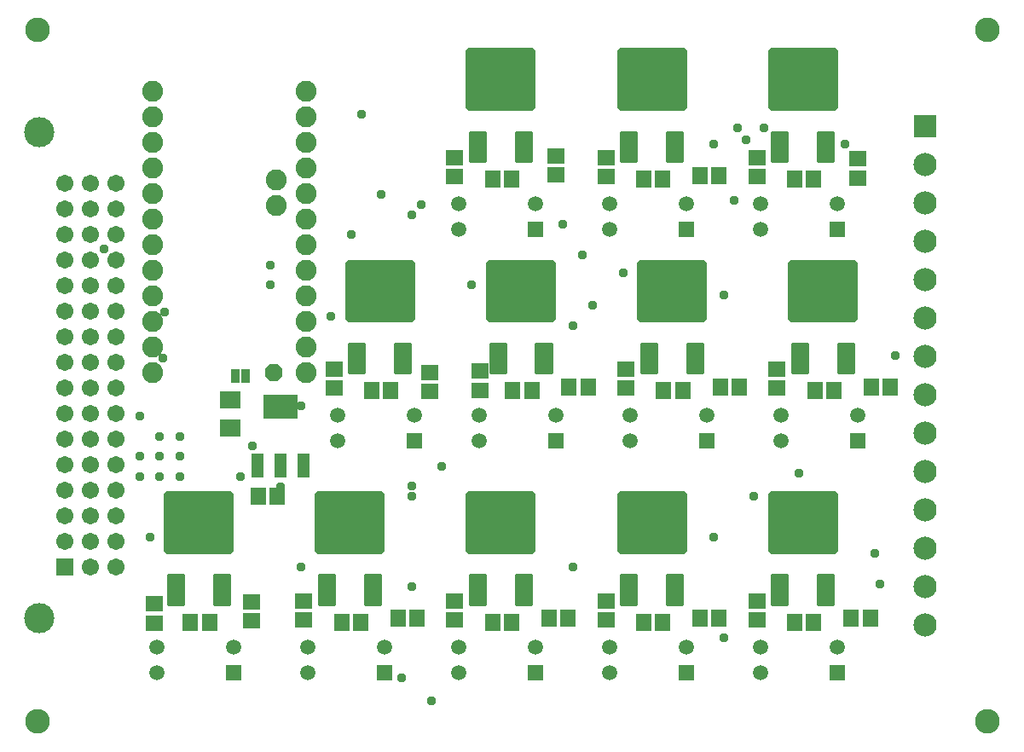
<source format=gbr>
G04 EAGLE Gerber RS-274X export*
G75*
%MOMM*%
%FSLAX34Y34*%
%LPD*%
%INSoldermask Top*%
%IPPOS*%
%AMOC8*
5,1,8,0,0,1.08239X$1,22.5*%
G01*
%ADD10C,2.453200*%
%ADD11C,3.003200*%
%ADD12R,1.711200X1.711200*%
%ADD13C,1.711200*%
%ADD14R,1.511200X1.511200*%
%ADD15C,1.511200*%
%ADD16R,1.703200X1.503200*%
%ADD17R,1.503200X1.703200*%
%ADD18R,1.153200X2.353200*%
%ADD19R,3.453200X2.353200*%
%ADD20R,2.003200X1.803200*%
%ADD21C,2.082800*%
%ADD22C,0.806416*%
%ADD23C,0.360637*%
%ADD24R,2.303200X2.303200*%
%ADD25C,2.303200*%
%ADD26P,1.869504X8X22.500000*%
%ADD27R,0.838200X1.473200*%
%ADD28C,0.959600*%


D10*
X28400Y56400D03*
X28400Y743600D03*
X971600Y743600D03*
X971600Y56400D03*
D11*
X30600Y641800D03*
X30600Y159200D03*
D12*
X56000Y210000D03*
D13*
X56000Y235400D03*
X56000Y260800D03*
X56000Y286200D03*
X56000Y311600D03*
X56000Y337000D03*
X56000Y362400D03*
X56000Y387800D03*
X56000Y413200D03*
X56000Y438600D03*
X56000Y464000D03*
X56000Y489400D03*
X56000Y514800D03*
X56000Y540200D03*
X56000Y565600D03*
X56000Y591000D03*
X81400Y210000D03*
X81400Y235400D03*
X81400Y260800D03*
X81400Y286200D03*
X81400Y311600D03*
X81400Y337000D03*
X81400Y362400D03*
X81400Y387800D03*
X81400Y413200D03*
X81400Y438600D03*
X81400Y464000D03*
X81400Y489400D03*
X81400Y514800D03*
X81400Y540200D03*
X81400Y565600D03*
X81400Y591000D03*
X106800Y210000D03*
X106800Y235400D03*
X106800Y260800D03*
X106800Y286200D03*
X106800Y311600D03*
X106800Y337000D03*
X106800Y362400D03*
X106800Y387800D03*
X106800Y413200D03*
X106800Y438600D03*
X106800Y464000D03*
X106800Y489400D03*
X106800Y514800D03*
X106800Y540200D03*
X106800Y565600D03*
X106800Y591000D03*
D14*
X223100Y105300D03*
D15*
X146900Y105300D03*
X223100Y130700D03*
X146900Y130700D03*
D16*
X145000Y154500D03*
X145000Y173500D03*
D17*
X199500Y155000D03*
X180500Y155000D03*
D16*
X241000Y175500D03*
X241000Y156500D03*
D18*
X247000Y311000D03*
X270000Y311000D03*
X293000Y311000D03*
D19*
X270000Y369000D03*
D20*
X220000Y348000D03*
X220000Y376000D03*
D17*
X247500Y280000D03*
X266500Y280000D03*
D21*
X142700Y402700D03*
X142700Y428100D03*
X142700Y453500D03*
X142700Y478900D03*
X142700Y504300D03*
X142700Y529700D03*
X142700Y555100D03*
X142700Y580500D03*
X142700Y605900D03*
X142700Y631300D03*
X142700Y656700D03*
X142700Y682100D03*
X295100Y682100D03*
X295100Y656700D03*
X295100Y631300D03*
X295100Y605900D03*
X295100Y580500D03*
X295100Y555100D03*
X295100Y529700D03*
X295100Y504300D03*
X295100Y478900D03*
X295100Y453500D03*
X295100Y428100D03*
X295100Y402700D03*
X265890Y569070D03*
X265890Y594470D03*
D22*
X219214Y227066D02*
X158246Y227066D01*
X158246Y281034D01*
X219214Y281034D01*
X219214Y227066D01*
X219214Y234727D02*
X158246Y234727D01*
X158246Y242388D02*
X219214Y242388D01*
X219214Y250049D02*
X158246Y250049D01*
X158246Y257710D02*
X219214Y257710D01*
X219214Y265371D02*
X158246Y265371D01*
X158246Y273032D02*
X219214Y273032D01*
X219214Y280693D02*
X158246Y280693D01*
D23*
X158717Y172837D02*
X173143Y172837D01*
X158717Y172837D02*
X158717Y201263D01*
X173143Y201263D01*
X173143Y172837D01*
X173143Y176263D02*
X158717Y176263D01*
X158717Y179689D02*
X173143Y179689D01*
X173143Y183115D02*
X158717Y183115D01*
X158717Y186541D02*
X173143Y186541D01*
X173143Y189967D02*
X158717Y189967D01*
X158717Y193393D02*
X173143Y193393D01*
X173143Y196819D02*
X158717Y196819D01*
X158717Y200245D02*
X173143Y200245D01*
X204317Y172837D02*
X218743Y172837D01*
X204317Y172837D02*
X204317Y201263D01*
X218743Y201263D01*
X218743Y172837D01*
X218743Y176263D02*
X204317Y176263D01*
X204317Y179689D02*
X218743Y179689D01*
X218743Y183115D02*
X204317Y183115D01*
X204317Y186541D02*
X218743Y186541D01*
X218743Y189967D02*
X204317Y189967D01*
X204317Y193393D02*
X218743Y193393D01*
X218743Y196819D02*
X204317Y196819D01*
X204317Y200245D02*
X218743Y200245D01*
D24*
X910000Y647650D03*
D25*
X910000Y609550D03*
X910000Y571450D03*
X910000Y533350D03*
X910000Y495250D03*
X910000Y457150D03*
X910000Y419050D03*
X910000Y380950D03*
X910000Y342850D03*
X910000Y304750D03*
X910000Y266650D03*
X910000Y228550D03*
X910000Y190450D03*
X910000Y152350D03*
D14*
X373100Y105300D03*
D15*
X296900Y105300D03*
X373100Y130700D03*
X296900Y130700D03*
D16*
X293000Y157500D03*
X293000Y176500D03*
D17*
X349500Y155000D03*
X330500Y155000D03*
X405500Y159000D03*
X386500Y159000D03*
D22*
X369214Y227066D02*
X308246Y227066D01*
X308246Y281034D01*
X369214Y281034D01*
X369214Y227066D01*
X369214Y234727D02*
X308246Y234727D01*
X308246Y242388D02*
X369214Y242388D01*
X369214Y250049D02*
X308246Y250049D01*
X308246Y257710D02*
X369214Y257710D01*
X369214Y265371D02*
X308246Y265371D01*
X308246Y273032D02*
X369214Y273032D01*
X369214Y280693D02*
X308246Y280693D01*
D23*
X308717Y172837D02*
X323143Y172837D01*
X308717Y172837D02*
X308717Y201263D01*
X323143Y201263D01*
X323143Y172837D01*
X323143Y176263D02*
X308717Y176263D01*
X308717Y179689D02*
X323143Y179689D01*
X323143Y183115D02*
X308717Y183115D01*
X308717Y186541D02*
X323143Y186541D01*
X323143Y189967D02*
X308717Y189967D01*
X308717Y193393D02*
X323143Y193393D01*
X323143Y196819D02*
X308717Y196819D01*
X308717Y200245D02*
X323143Y200245D01*
X354317Y172837D02*
X368743Y172837D01*
X354317Y172837D02*
X354317Y201263D01*
X368743Y201263D01*
X368743Y172837D01*
X368743Y176263D02*
X354317Y176263D01*
X354317Y179689D02*
X368743Y179689D01*
X368743Y183115D02*
X354317Y183115D01*
X354317Y186541D02*
X368743Y186541D01*
X368743Y189967D02*
X354317Y189967D01*
X354317Y193393D02*
X368743Y193393D01*
X368743Y196819D02*
X354317Y196819D01*
X354317Y200245D02*
X368743Y200245D01*
D14*
X523100Y105300D03*
D15*
X446900Y105300D03*
X523100Y130700D03*
X446900Y130700D03*
D16*
X443000Y157500D03*
X443000Y176500D03*
D17*
X499500Y155000D03*
X480500Y155000D03*
X555500Y159000D03*
X536500Y159000D03*
D22*
X519214Y227066D02*
X458246Y227066D01*
X458246Y281034D01*
X519214Y281034D01*
X519214Y227066D01*
X519214Y234727D02*
X458246Y234727D01*
X458246Y242388D02*
X519214Y242388D01*
X519214Y250049D02*
X458246Y250049D01*
X458246Y257710D02*
X519214Y257710D01*
X519214Y265371D02*
X458246Y265371D01*
X458246Y273032D02*
X519214Y273032D01*
X519214Y280693D02*
X458246Y280693D01*
D23*
X458717Y172837D02*
X473143Y172837D01*
X458717Y172837D02*
X458717Y201263D01*
X473143Y201263D01*
X473143Y172837D01*
X473143Y176263D02*
X458717Y176263D01*
X458717Y179689D02*
X473143Y179689D01*
X473143Y183115D02*
X458717Y183115D01*
X458717Y186541D02*
X473143Y186541D01*
X473143Y189967D02*
X458717Y189967D01*
X458717Y193393D02*
X473143Y193393D01*
X473143Y196819D02*
X458717Y196819D01*
X458717Y200245D02*
X473143Y200245D01*
X504317Y172837D02*
X518743Y172837D01*
X504317Y172837D02*
X504317Y201263D01*
X518743Y201263D01*
X518743Y172837D01*
X518743Y176263D02*
X504317Y176263D01*
X504317Y179689D02*
X518743Y179689D01*
X518743Y183115D02*
X504317Y183115D01*
X504317Y186541D02*
X518743Y186541D01*
X518743Y189967D02*
X504317Y189967D01*
X504317Y193393D02*
X518743Y193393D01*
X518743Y196819D02*
X504317Y196819D01*
X504317Y200245D02*
X518743Y200245D01*
D14*
X673100Y105300D03*
D15*
X596900Y105300D03*
X673100Y130700D03*
X596900Y130700D03*
D16*
X593000Y157500D03*
X593000Y176500D03*
D17*
X649500Y155000D03*
X630500Y155000D03*
X705500Y159000D03*
X686500Y159000D03*
D22*
X669214Y227066D02*
X608246Y227066D01*
X608246Y281034D01*
X669214Y281034D01*
X669214Y227066D01*
X669214Y234727D02*
X608246Y234727D01*
X608246Y242388D02*
X669214Y242388D01*
X669214Y250049D02*
X608246Y250049D01*
X608246Y257710D02*
X669214Y257710D01*
X669214Y265371D02*
X608246Y265371D01*
X608246Y273032D02*
X669214Y273032D01*
X669214Y280693D02*
X608246Y280693D01*
D23*
X608717Y172837D02*
X623143Y172837D01*
X608717Y172837D02*
X608717Y201263D01*
X623143Y201263D01*
X623143Y172837D01*
X623143Y176263D02*
X608717Y176263D01*
X608717Y179689D02*
X623143Y179689D01*
X623143Y183115D02*
X608717Y183115D01*
X608717Y186541D02*
X623143Y186541D01*
X623143Y189967D02*
X608717Y189967D01*
X608717Y193393D02*
X623143Y193393D01*
X623143Y196819D02*
X608717Y196819D01*
X608717Y200245D02*
X623143Y200245D01*
X654317Y172837D02*
X668743Y172837D01*
X654317Y172837D02*
X654317Y201263D01*
X668743Y201263D01*
X668743Y172837D01*
X668743Y176263D02*
X654317Y176263D01*
X654317Y179689D02*
X668743Y179689D01*
X668743Y183115D02*
X654317Y183115D01*
X654317Y186541D02*
X668743Y186541D01*
X668743Y189967D02*
X654317Y189967D01*
X654317Y193393D02*
X668743Y193393D01*
X668743Y196819D02*
X654317Y196819D01*
X654317Y200245D02*
X668743Y200245D01*
D14*
X823100Y105300D03*
D15*
X746900Y105300D03*
X823100Y130700D03*
X746900Y130700D03*
D16*
X743000Y157500D03*
X743000Y176500D03*
D17*
X799500Y155000D03*
X780500Y155000D03*
X855500Y159000D03*
X836500Y159000D03*
D22*
X819214Y227066D02*
X758246Y227066D01*
X758246Y281034D01*
X819214Y281034D01*
X819214Y227066D01*
X819214Y234727D02*
X758246Y234727D01*
X758246Y242388D02*
X819214Y242388D01*
X819214Y250049D02*
X758246Y250049D01*
X758246Y257710D02*
X819214Y257710D01*
X819214Y265371D02*
X758246Y265371D01*
X758246Y273032D02*
X819214Y273032D01*
X819214Y280693D02*
X758246Y280693D01*
D23*
X758717Y172837D02*
X773143Y172837D01*
X758717Y172837D02*
X758717Y201263D01*
X773143Y201263D01*
X773143Y172837D01*
X773143Y176263D02*
X758717Y176263D01*
X758717Y179689D02*
X773143Y179689D01*
X773143Y183115D02*
X758717Y183115D01*
X758717Y186541D02*
X773143Y186541D01*
X773143Y189967D02*
X758717Y189967D01*
X758717Y193393D02*
X773143Y193393D01*
X773143Y196819D02*
X758717Y196819D01*
X758717Y200245D02*
X773143Y200245D01*
X804317Y172837D02*
X818743Y172837D01*
X804317Y172837D02*
X804317Y201263D01*
X818743Y201263D01*
X818743Y172837D01*
X818743Y176263D02*
X804317Y176263D01*
X804317Y179689D02*
X818743Y179689D01*
X818743Y183115D02*
X804317Y183115D01*
X804317Y186541D02*
X818743Y186541D01*
X818743Y189967D02*
X804317Y189967D01*
X804317Y193393D02*
X818743Y193393D01*
X818743Y196819D02*
X804317Y196819D01*
X804317Y200245D02*
X818743Y200245D01*
D14*
X403100Y335300D03*
D15*
X326900Y335300D03*
X403100Y360700D03*
X326900Y360700D03*
D16*
X323000Y387500D03*
X323000Y406500D03*
D17*
X379500Y385000D03*
X360500Y385000D03*
D16*
X418000Y403500D03*
X418000Y384500D03*
D22*
X399214Y457066D02*
X338246Y457066D01*
X338246Y511034D01*
X399214Y511034D01*
X399214Y457066D01*
X399214Y464727D02*
X338246Y464727D01*
X338246Y472388D02*
X399214Y472388D01*
X399214Y480049D02*
X338246Y480049D01*
X338246Y487710D02*
X399214Y487710D01*
X399214Y495371D02*
X338246Y495371D01*
X338246Y503032D02*
X399214Y503032D01*
X399214Y510693D02*
X338246Y510693D01*
D23*
X338717Y402837D02*
X353143Y402837D01*
X338717Y402837D02*
X338717Y431263D01*
X353143Y431263D01*
X353143Y402837D01*
X353143Y406263D02*
X338717Y406263D01*
X338717Y409689D02*
X353143Y409689D01*
X353143Y413115D02*
X338717Y413115D01*
X338717Y416541D02*
X353143Y416541D01*
X353143Y419967D02*
X338717Y419967D01*
X338717Y423393D02*
X353143Y423393D01*
X353143Y426819D02*
X338717Y426819D01*
X338717Y430245D02*
X353143Y430245D01*
X384317Y402837D02*
X398743Y402837D01*
X384317Y402837D02*
X384317Y431263D01*
X398743Y431263D01*
X398743Y402837D01*
X398743Y406263D02*
X384317Y406263D01*
X384317Y409689D02*
X398743Y409689D01*
X398743Y413115D02*
X384317Y413115D01*
X384317Y416541D02*
X398743Y416541D01*
X398743Y419967D02*
X384317Y419967D01*
X384317Y423393D02*
X398743Y423393D01*
X398743Y426819D02*
X384317Y426819D01*
X384317Y430245D02*
X398743Y430245D01*
D14*
X543100Y335300D03*
D15*
X466900Y335300D03*
X543100Y360700D03*
X466900Y360700D03*
D16*
X468000Y385500D03*
X468000Y404500D03*
D17*
X519500Y385000D03*
X500500Y385000D03*
X575500Y389000D03*
X556500Y389000D03*
D22*
X539214Y457066D02*
X478246Y457066D01*
X478246Y511034D01*
X539214Y511034D01*
X539214Y457066D01*
X539214Y464727D02*
X478246Y464727D01*
X478246Y472388D02*
X539214Y472388D01*
X539214Y480049D02*
X478246Y480049D01*
X478246Y487710D02*
X539214Y487710D01*
X539214Y495371D02*
X478246Y495371D01*
X478246Y503032D02*
X539214Y503032D01*
X539214Y510693D02*
X478246Y510693D01*
D23*
X478717Y402837D02*
X493143Y402837D01*
X478717Y402837D02*
X478717Y431263D01*
X493143Y431263D01*
X493143Y402837D01*
X493143Y406263D02*
X478717Y406263D01*
X478717Y409689D02*
X493143Y409689D01*
X493143Y413115D02*
X478717Y413115D01*
X478717Y416541D02*
X493143Y416541D01*
X493143Y419967D02*
X478717Y419967D01*
X478717Y423393D02*
X493143Y423393D01*
X493143Y426819D02*
X478717Y426819D01*
X478717Y430245D02*
X493143Y430245D01*
X524317Y402837D02*
X538743Y402837D01*
X524317Y402837D02*
X524317Y431263D01*
X538743Y431263D01*
X538743Y402837D01*
X538743Y406263D02*
X524317Y406263D01*
X524317Y409689D02*
X538743Y409689D01*
X538743Y413115D02*
X524317Y413115D01*
X524317Y416541D02*
X538743Y416541D01*
X538743Y419967D02*
X524317Y419967D01*
X524317Y423393D02*
X538743Y423393D01*
X538743Y426819D02*
X524317Y426819D01*
X524317Y430245D02*
X538743Y430245D01*
D14*
X693100Y335300D03*
D15*
X616900Y335300D03*
X693100Y360700D03*
X616900Y360700D03*
D16*
X613000Y387500D03*
X613000Y406500D03*
D17*
X669500Y385000D03*
X650500Y385000D03*
X725500Y389000D03*
X706500Y389000D03*
D22*
X689214Y457066D02*
X628246Y457066D01*
X628246Y511034D01*
X689214Y511034D01*
X689214Y457066D01*
X689214Y464727D02*
X628246Y464727D01*
X628246Y472388D02*
X689214Y472388D01*
X689214Y480049D02*
X628246Y480049D01*
X628246Y487710D02*
X689214Y487710D01*
X689214Y495371D02*
X628246Y495371D01*
X628246Y503032D02*
X689214Y503032D01*
X689214Y510693D02*
X628246Y510693D01*
D23*
X628717Y402837D02*
X643143Y402837D01*
X628717Y402837D02*
X628717Y431263D01*
X643143Y431263D01*
X643143Y402837D01*
X643143Y406263D02*
X628717Y406263D01*
X628717Y409689D02*
X643143Y409689D01*
X643143Y413115D02*
X628717Y413115D01*
X628717Y416541D02*
X643143Y416541D01*
X643143Y419967D02*
X628717Y419967D01*
X628717Y423393D02*
X643143Y423393D01*
X643143Y426819D02*
X628717Y426819D01*
X628717Y430245D02*
X643143Y430245D01*
X674317Y402837D02*
X688743Y402837D01*
X674317Y402837D02*
X674317Y431263D01*
X688743Y431263D01*
X688743Y402837D01*
X688743Y406263D02*
X674317Y406263D01*
X674317Y409689D02*
X688743Y409689D01*
X688743Y413115D02*
X674317Y413115D01*
X674317Y416541D02*
X688743Y416541D01*
X688743Y419967D02*
X674317Y419967D01*
X674317Y423393D02*
X688743Y423393D01*
X688743Y426819D02*
X674317Y426819D01*
X674317Y430245D02*
X688743Y430245D01*
D14*
X843100Y335300D03*
D15*
X766900Y335300D03*
X843100Y360700D03*
X766900Y360700D03*
D16*
X763000Y387500D03*
X763000Y406500D03*
D17*
X819500Y385000D03*
X800500Y385000D03*
X875500Y389000D03*
X856500Y389000D03*
D22*
X839214Y457066D02*
X778246Y457066D01*
X778246Y511034D01*
X839214Y511034D01*
X839214Y457066D01*
X839214Y464727D02*
X778246Y464727D01*
X778246Y472388D02*
X839214Y472388D01*
X839214Y480049D02*
X778246Y480049D01*
X778246Y487710D02*
X839214Y487710D01*
X839214Y495371D02*
X778246Y495371D01*
X778246Y503032D02*
X839214Y503032D01*
X839214Y510693D02*
X778246Y510693D01*
D23*
X778717Y402837D02*
X793143Y402837D01*
X778717Y402837D02*
X778717Y431263D01*
X793143Y431263D01*
X793143Y402837D01*
X793143Y406263D02*
X778717Y406263D01*
X778717Y409689D02*
X793143Y409689D01*
X793143Y413115D02*
X778717Y413115D01*
X778717Y416541D02*
X793143Y416541D01*
X793143Y419967D02*
X778717Y419967D01*
X778717Y423393D02*
X793143Y423393D01*
X793143Y426819D02*
X778717Y426819D01*
X778717Y430245D02*
X793143Y430245D01*
X824317Y402837D02*
X838743Y402837D01*
X824317Y402837D02*
X824317Y431263D01*
X838743Y431263D01*
X838743Y402837D01*
X838743Y406263D02*
X824317Y406263D01*
X824317Y409689D02*
X838743Y409689D01*
X838743Y413115D02*
X824317Y413115D01*
X824317Y416541D02*
X838743Y416541D01*
X838743Y419967D02*
X824317Y419967D01*
X824317Y423393D02*
X838743Y423393D01*
X838743Y426819D02*
X824317Y426819D01*
X824317Y430245D02*
X838743Y430245D01*
D14*
X523100Y545300D03*
D15*
X446900Y545300D03*
X523100Y570700D03*
X446900Y570700D03*
D16*
X443000Y597500D03*
X443000Y616500D03*
D17*
X499500Y595000D03*
X480500Y595000D03*
D16*
X543000Y618500D03*
X543000Y599500D03*
D22*
X519214Y667066D02*
X458246Y667066D01*
X458246Y721034D01*
X519214Y721034D01*
X519214Y667066D01*
X519214Y674727D02*
X458246Y674727D01*
X458246Y682388D02*
X519214Y682388D01*
X519214Y690049D02*
X458246Y690049D01*
X458246Y697710D02*
X519214Y697710D01*
X519214Y705371D02*
X458246Y705371D01*
X458246Y713032D02*
X519214Y713032D01*
X519214Y720693D02*
X458246Y720693D01*
D23*
X458717Y612837D02*
X473143Y612837D01*
X458717Y612837D02*
X458717Y641263D01*
X473143Y641263D01*
X473143Y612837D01*
X473143Y616263D02*
X458717Y616263D01*
X458717Y619689D02*
X473143Y619689D01*
X473143Y623115D02*
X458717Y623115D01*
X458717Y626541D02*
X473143Y626541D01*
X473143Y629967D02*
X458717Y629967D01*
X458717Y633393D02*
X473143Y633393D01*
X473143Y636819D02*
X458717Y636819D01*
X458717Y640245D02*
X473143Y640245D01*
X504317Y612837D02*
X518743Y612837D01*
X504317Y612837D02*
X504317Y641263D01*
X518743Y641263D01*
X518743Y612837D01*
X518743Y616263D02*
X504317Y616263D01*
X504317Y619689D02*
X518743Y619689D01*
X518743Y623115D02*
X504317Y623115D01*
X504317Y626541D02*
X518743Y626541D01*
X518743Y629967D02*
X504317Y629967D01*
X504317Y633393D02*
X518743Y633393D01*
X518743Y636819D02*
X504317Y636819D01*
X504317Y640245D02*
X518743Y640245D01*
D14*
X673100Y545300D03*
D15*
X596900Y545300D03*
X673100Y570700D03*
X596900Y570700D03*
D16*
X593000Y597500D03*
X593000Y616500D03*
D17*
X649500Y595000D03*
X630500Y595000D03*
X705500Y599000D03*
X686500Y599000D03*
D22*
X669214Y667066D02*
X608246Y667066D01*
X608246Y721034D01*
X669214Y721034D01*
X669214Y667066D01*
X669214Y674727D02*
X608246Y674727D01*
X608246Y682388D02*
X669214Y682388D01*
X669214Y690049D02*
X608246Y690049D01*
X608246Y697710D02*
X669214Y697710D01*
X669214Y705371D02*
X608246Y705371D01*
X608246Y713032D02*
X669214Y713032D01*
X669214Y720693D02*
X608246Y720693D01*
D23*
X608717Y612837D02*
X623143Y612837D01*
X608717Y612837D02*
X608717Y641263D01*
X623143Y641263D01*
X623143Y612837D01*
X623143Y616263D02*
X608717Y616263D01*
X608717Y619689D02*
X623143Y619689D01*
X623143Y623115D02*
X608717Y623115D01*
X608717Y626541D02*
X623143Y626541D01*
X623143Y629967D02*
X608717Y629967D01*
X608717Y633393D02*
X623143Y633393D01*
X623143Y636819D02*
X608717Y636819D01*
X608717Y640245D02*
X623143Y640245D01*
X654317Y612837D02*
X668743Y612837D01*
X654317Y612837D02*
X654317Y641263D01*
X668743Y641263D01*
X668743Y612837D01*
X668743Y616263D02*
X654317Y616263D01*
X654317Y619689D02*
X668743Y619689D01*
X668743Y623115D02*
X654317Y623115D01*
X654317Y626541D02*
X668743Y626541D01*
X668743Y629967D02*
X654317Y629967D01*
X654317Y633393D02*
X668743Y633393D01*
X668743Y636819D02*
X654317Y636819D01*
X654317Y640245D02*
X668743Y640245D01*
D14*
X823100Y545300D03*
D15*
X746900Y545300D03*
X823100Y570700D03*
X746900Y570700D03*
D16*
X743000Y597500D03*
X743000Y616500D03*
D17*
X799500Y595000D03*
X780500Y595000D03*
D16*
X843000Y615500D03*
X843000Y596500D03*
D22*
X819214Y667066D02*
X758246Y667066D01*
X758246Y721034D01*
X819214Y721034D01*
X819214Y667066D01*
X819214Y674727D02*
X758246Y674727D01*
X758246Y682388D02*
X819214Y682388D01*
X819214Y690049D02*
X758246Y690049D01*
X758246Y697710D02*
X819214Y697710D01*
X819214Y705371D02*
X758246Y705371D01*
X758246Y713032D02*
X819214Y713032D01*
X819214Y720693D02*
X758246Y720693D01*
D23*
X758717Y612837D02*
X773143Y612837D01*
X758717Y612837D02*
X758717Y641263D01*
X773143Y641263D01*
X773143Y612837D01*
X773143Y616263D02*
X758717Y616263D01*
X758717Y619689D02*
X773143Y619689D01*
X773143Y623115D02*
X758717Y623115D01*
X758717Y626541D02*
X773143Y626541D01*
X773143Y629967D02*
X758717Y629967D01*
X758717Y633393D02*
X773143Y633393D01*
X773143Y636819D02*
X758717Y636819D01*
X758717Y640245D02*
X773143Y640245D01*
X804317Y612837D02*
X818743Y612837D01*
X804317Y612837D02*
X804317Y641263D01*
X818743Y641263D01*
X818743Y612837D01*
X818743Y616263D02*
X804317Y616263D01*
X804317Y619689D02*
X818743Y619689D01*
X818743Y623115D02*
X804317Y623115D01*
X804317Y626541D02*
X818743Y626541D01*
X818743Y629967D02*
X804317Y629967D01*
X804317Y633393D02*
X818743Y633393D01*
X818743Y636819D02*
X804317Y636819D01*
X804317Y640245D02*
X818743Y640245D01*
D26*
X263000Y403000D03*
D27*
X224920Y400000D03*
X235080Y400000D03*
D28*
X350000Y660000D03*
X270000Y290000D03*
X290000Y370000D03*
X720000Y574000D03*
X732000Y634000D03*
X150000Y340000D03*
X170000Y340000D03*
X130000Y320000D03*
X130000Y300000D03*
X150000Y300000D03*
X170000Y320000D03*
X170000Y300000D03*
X150000Y320000D03*
X242000Y330000D03*
X152697Y417303D03*
X130000Y360000D03*
X390000Y100000D03*
X740000Y280000D03*
X430000Y310000D03*
X230000Y300000D03*
X260000Y490000D03*
X865000Y193000D03*
X560000Y210000D03*
X860000Y224000D03*
X700000Y240000D03*
X785000Y303000D03*
X580000Y470000D03*
X880000Y420000D03*
X710000Y480000D03*
X570000Y520000D03*
X700000Y630000D03*
X290000Y210000D03*
X140000Y240000D03*
X95000Y526000D03*
X400000Y280000D03*
X154530Y463470D03*
X320000Y459116D03*
X710000Y140000D03*
X420000Y76830D03*
X260000Y510000D03*
X400203Y190203D03*
X400189Y290189D03*
X560000Y450000D03*
X400000Y560000D03*
X610000Y501994D03*
X460000Y490000D03*
X340000Y540000D03*
X410000Y570000D03*
X550000Y550000D03*
X830000Y630000D03*
X750000Y646000D03*
X724000Y646000D03*
X370000Y580000D03*
M02*

</source>
